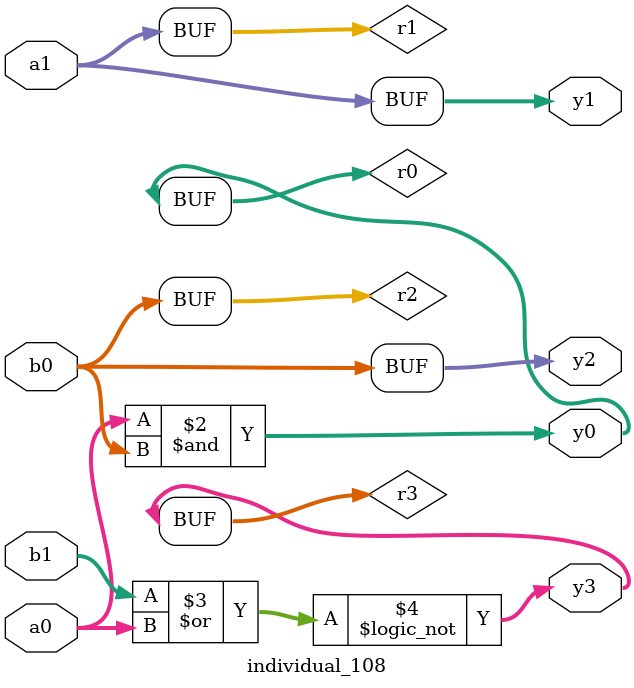
<source format=sv>
module individual_108(input logic [15:0] a1, input logic [15:0] a0, input logic [15:0] b1, input logic [15:0] b0, output logic [15:0] y3, output logic [15:0] y2, output logic [15:0] y1, output logic [15:0] y0);
logic [15:0] r0, r1, r2, r3; 
 always@(*) begin 
	 r0 = a0; r1 = a1; r2 = b0; r3 = b1; 
 	 r0  &=  b0 ;
 	 r3  |=  a0 ;
 	 r3 = ! r3 ;
 	 y3 = r3; y2 = r2; y1 = r1; y0 = r0; 
end
endmodule
</source>
